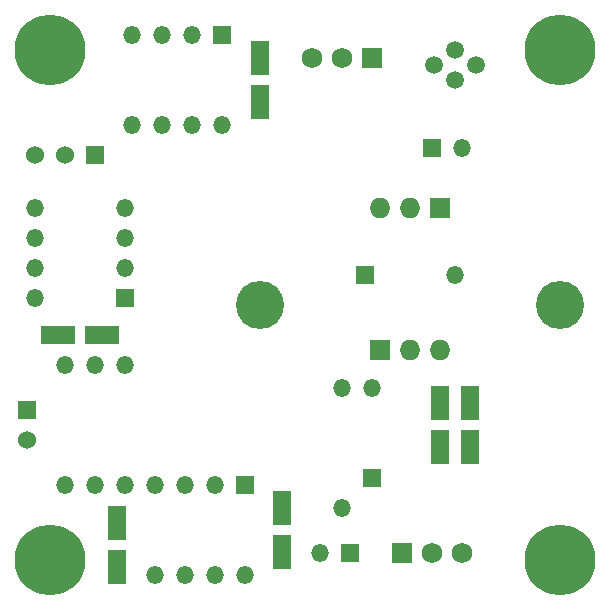
<source format=gbs>
G04 (created by PCBNEW (2013-07-07 BZR 4022)-stable) date 4/8/2015 6:02:03 PM*
%MOIN*%
G04 Gerber Fmt 3.4, Leading zero omitted, Abs format*
%FSLAX34Y34*%
G01*
G70*
G90*
G04 APERTURE LIST*
%ADD10C,0.00590551*%
%ADD11R,0.069X0.069*%
%ADD12O,0.069X0.069*%
%ADD13R,0.059X0.059*%
%ADD14O,0.059X0.059*%
%ADD15R,0.06X0.06*%
%ADD16C,0.06*%
%ADD17C,0.059*%
%ADD18C,0.16*%
%ADD19C,0.23622*%
%ADD20C,0.069*%
%ADD21R,0.059X0.114*%
%ADD22R,0.114X0.059*%
G04 APERTURE END LIST*
G54D10*
G54D11*
X62250Y-55000D03*
G54D12*
X61250Y-55000D03*
X60250Y-55000D03*
G54D13*
X62000Y-53000D03*
G54D14*
X63000Y-53000D03*
G54D11*
X60250Y-59750D03*
G54D12*
X61250Y-59750D03*
X62250Y-59750D03*
G54D14*
X50750Y-64250D03*
X50750Y-60250D03*
X51750Y-60250D03*
X51750Y-64250D03*
G54D15*
X50750Y-53250D03*
G54D16*
X49750Y-53250D03*
X48750Y-53250D03*
G54D17*
X62750Y-49757D03*
X63438Y-50250D03*
X62061Y-50250D03*
X62750Y-50742D03*
G54D13*
X55750Y-64250D03*
G54D14*
X54750Y-64250D03*
X53750Y-64250D03*
X52750Y-64250D03*
X52750Y-67250D03*
X53750Y-67250D03*
X55750Y-67250D03*
X54750Y-67250D03*
G54D13*
X51750Y-58000D03*
G54D14*
X51750Y-57000D03*
X51750Y-56000D03*
X51750Y-55000D03*
X48750Y-55000D03*
X48750Y-56000D03*
X48750Y-58000D03*
X48750Y-57000D03*
G54D13*
X55000Y-49250D03*
G54D14*
X54000Y-49250D03*
X53000Y-49250D03*
X52000Y-49250D03*
X52000Y-52250D03*
X53000Y-52250D03*
X55000Y-52250D03*
X54000Y-52250D03*
G54D18*
X66250Y-58250D03*
X56250Y-58250D03*
G54D19*
X49250Y-49750D03*
X49250Y-66750D03*
X66250Y-49750D03*
X66250Y-66750D03*
G54D13*
X59250Y-66500D03*
G54D14*
X58250Y-66500D03*
X59000Y-65000D03*
X59000Y-61000D03*
G54D13*
X60000Y-64000D03*
G54D14*
X60000Y-61000D03*
G54D13*
X59750Y-57250D03*
G54D14*
X62750Y-57250D03*
X49750Y-60250D03*
X49750Y-64250D03*
G54D15*
X48500Y-61750D03*
G54D16*
X48500Y-62750D03*
G54D11*
X61000Y-66500D03*
G54D20*
X63000Y-66500D03*
X62000Y-66500D03*
G54D11*
X60000Y-50000D03*
G54D20*
X58000Y-50000D03*
X59000Y-50000D03*
G54D21*
X56250Y-51475D03*
X56250Y-50025D03*
X62250Y-61525D03*
X62250Y-62975D03*
G54D22*
X50975Y-59250D03*
X49525Y-59250D03*
G54D21*
X51500Y-66975D03*
X51500Y-65525D03*
X57000Y-66475D03*
X57000Y-65025D03*
X63250Y-61525D03*
X63250Y-62975D03*
M02*

</source>
